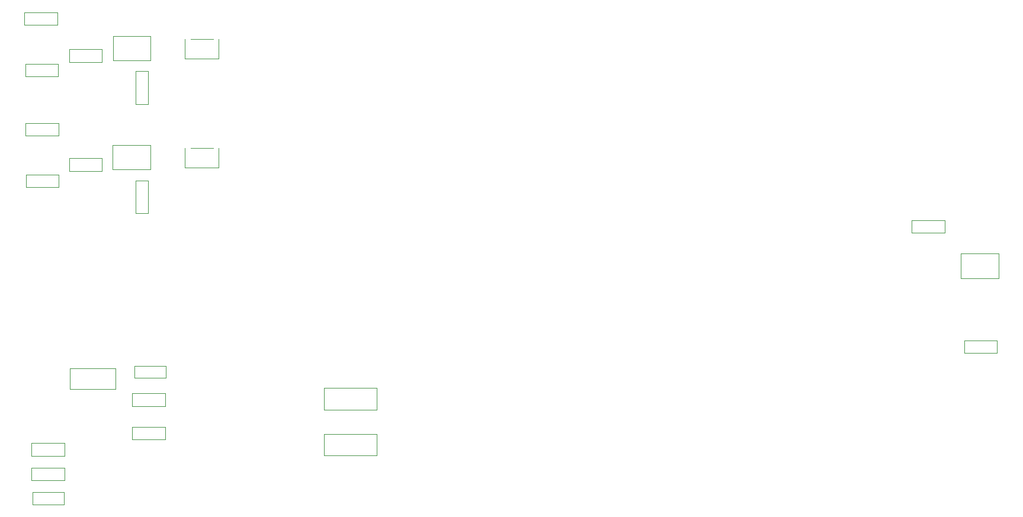
<source format=gbr>
G04 #@! TF.FileFunction,Other,User*
%FSLAX46Y46*%
G04 Gerber Fmt 4.6, Leading zero omitted, Abs format (unit mm)*
G04 Created by KiCad (PCBNEW 4.0.7-e2-6376~58~ubuntu16.04.1) date Fri Dec  1 14:53:18 2017*
%MOMM*%
%LPD*%
G01*
G04 APERTURE LIST*
%ADD10C,0.100000*%
%ADD11C,0.050000*%
G04 APERTURE END LIST*
D10*
D11*
X54150000Y-63200000D02*
X49450000Y-63200000D01*
X54150000Y-63200000D02*
X54150000Y-65000000D01*
X49450000Y-65000000D02*
X49450000Y-63200000D01*
X49450000Y-65000000D02*
X54150000Y-65000000D01*
X54100000Y-55850000D02*
X49400000Y-55850000D01*
X54100000Y-55850000D02*
X54100000Y-57650000D01*
X49400000Y-57650000D02*
X49400000Y-55850000D01*
X49400000Y-57650000D02*
X54100000Y-57650000D01*
X53950000Y-40000000D02*
X49250000Y-40000000D01*
X53950000Y-40000000D02*
X53950000Y-41800000D01*
X49250000Y-41800000D02*
X49250000Y-40000000D01*
X49250000Y-41800000D02*
X53950000Y-41800000D01*
X54050000Y-47400000D02*
X49350000Y-47400000D01*
X54050000Y-47400000D02*
X54050000Y-49200000D01*
X49350000Y-49200000D02*
X49350000Y-47400000D01*
X49350000Y-49200000D02*
X54050000Y-49200000D01*
X64950000Y-92280000D02*
X69450000Y-92280000D01*
X64950000Y-92280000D02*
X64950000Y-90530000D01*
X69450000Y-90530000D02*
X69450000Y-92280000D01*
X69450000Y-90530000D02*
X64950000Y-90530000D01*
X54907240Y-108620840D02*
X50407240Y-108620840D01*
X54907240Y-108620840D02*
X54907240Y-110370840D01*
X50407240Y-110370840D02*
X50407240Y-108620840D01*
X50407240Y-110370840D02*
X54907240Y-110370840D01*
X64650000Y-96300000D02*
X69350000Y-96300000D01*
X64650000Y-96300000D02*
X64650000Y-94500000D01*
X69350000Y-94500000D02*
X69350000Y-96300000D01*
X69350000Y-94500000D02*
X64650000Y-94500000D01*
X69350000Y-99300000D02*
X64650000Y-99300000D01*
X69350000Y-99300000D02*
X69350000Y-101100000D01*
X64650000Y-101100000D02*
X64650000Y-99300000D01*
X64650000Y-101100000D02*
X69350000Y-101100000D01*
X54950000Y-105100000D02*
X50250000Y-105100000D01*
X54950000Y-105100000D02*
X54950000Y-106900000D01*
X50250000Y-106900000D02*
X50250000Y-105100000D01*
X50250000Y-106900000D02*
X54950000Y-106900000D01*
X50250000Y-103400000D02*
X54950000Y-103400000D01*
X50250000Y-103400000D02*
X50250000Y-101600000D01*
X54950000Y-101600000D02*
X54950000Y-103400000D01*
X54950000Y-101600000D02*
X50250000Y-101600000D01*
X183577240Y-88720840D02*
X188277240Y-88720840D01*
X183577240Y-88720840D02*
X183577240Y-86920840D01*
X188277240Y-86920840D02*
X188277240Y-88720840D01*
X188277240Y-86920840D02*
X183577240Y-86920840D01*
X180777240Y-69730840D02*
X176077240Y-69730840D01*
X180777240Y-69730840D02*
X180777240Y-71530840D01*
X176077240Y-71530840D02*
X176077240Y-69730840D01*
X176077240Y-71530840D02*
X180777240Y-71530840D01*
X62247240Y-90890840D02*
X55747240Y-90890840D01*
X62247240Y-90890840D02*
X62247240Y-93890840D01*
X55747240Y-93890840D02*
X55747240Y-90890840D01*
X55747240Y-93890840D02*
X62247240Y-93890840D01*
X55647240Y-62690840D02*
X60347240Y-62690840D01*
X55647240Y-62690840D02*
X55647240Y-60890840D01*
X60347240Y-60890840D02*
X60347240Y-62690840D01*
X60347240Y-60890840D02*
X55647240Y-60890840D01*
X55647240Y-47090840D02*
X60347240Y-47090840D01*
X55647240Y-47090840D02*
X55647240Y-45290840D01*
X60347240Y-45290840D02*
X60347240Y-47090840D01*
X60347240Y-45290840D02*
X55647240Y-45290840D01*
X66897240Y-68740840D02*
X66897240Y-64040840D01*
X66897240Y-68740840D02*
X65097240Y-68740840D01*
X65097240Y-64040840D02*
X66897240Y-64040840D01*
X65097240Y-64040840D02*
X65097240Y-68740840D01*
X66897240Y-53140840D02*
X66897240Y-48440840D01*
X66897240Y-53140840D02*
X65097240Y-53140840D01*
X65097240Y-48440840D02*
X66897240Y-48440840D01*
X65097240Y-48440840D02*
X65097240Y-53140840D01*
X76997240Y-59390840D02*
X76997240Y-62190840D01*
X72197240Y-62190840D02*
X72197240Y-59390840D01*
X72197240Y-62190840D02*
X76997240Y-62190840D01*
X72997240Y-59390840D02*
X76197240Y-59390840D01*
X76997240Y-43790840D02*
X76997240Y-46590840D01*
X72197240Y-46590840D02*
X72197240Y-43790840D01*
X72197240Y-46590840D02*
X76997240Y-46590840D01*
X72997240Y-43790840D02*
X76197240Y-43790840D01*
X92060000Y-103390000D02*
X99560000Y-103390000D01*
X92060000Y-103390000D02*
X92060000Y-100290000D01*
X99560000Y-100290000D02*
X99560000Y-103390000D01*
X99560000Y-100290000D02*
X92060000Y-100290000D01*
X92080000Y-96820000D02*
X99580000Y-96820000D01*
X92080000Y-96820000D02*
X92080000Y-93720000D01*
X99580000Y-93720000D02*
X99580000Y-96820000D01*
X99580000Y-93720000D02*
X92080000Y-93720000D01*
X61840000Y-62480000D02*
X67240000Y-62480000D01*
X67240000Y-62480000D02*
X67240000Y-58980000D01*
X67240000Y-58980000D02*
X61840000Y-58980000D01*
X61840000Y-58980000D02*
X61840000Y-62480000D01*
X61890000Y-46890000D02*
X67290000Y-46890000D01*
X67290000Y-46890000D02*
X67290000Y-43390000D01*
X67290000Y-43390000D02*
X61890000Y-43390000D01*
X61890000Y-43390000D02*
X61890000Y-46890000D01*
X183070000Y-78010000D02*
X188470000Y-78010000D01*
X188470000Y-78010000D02*
X188470000Y-74510000D01*
X188470000Y-74510000D02*
X183070000Y-74510000D01*
X183070000Y-74510000D02*
X183070000Y-78010000D01*
M02*

</source>
